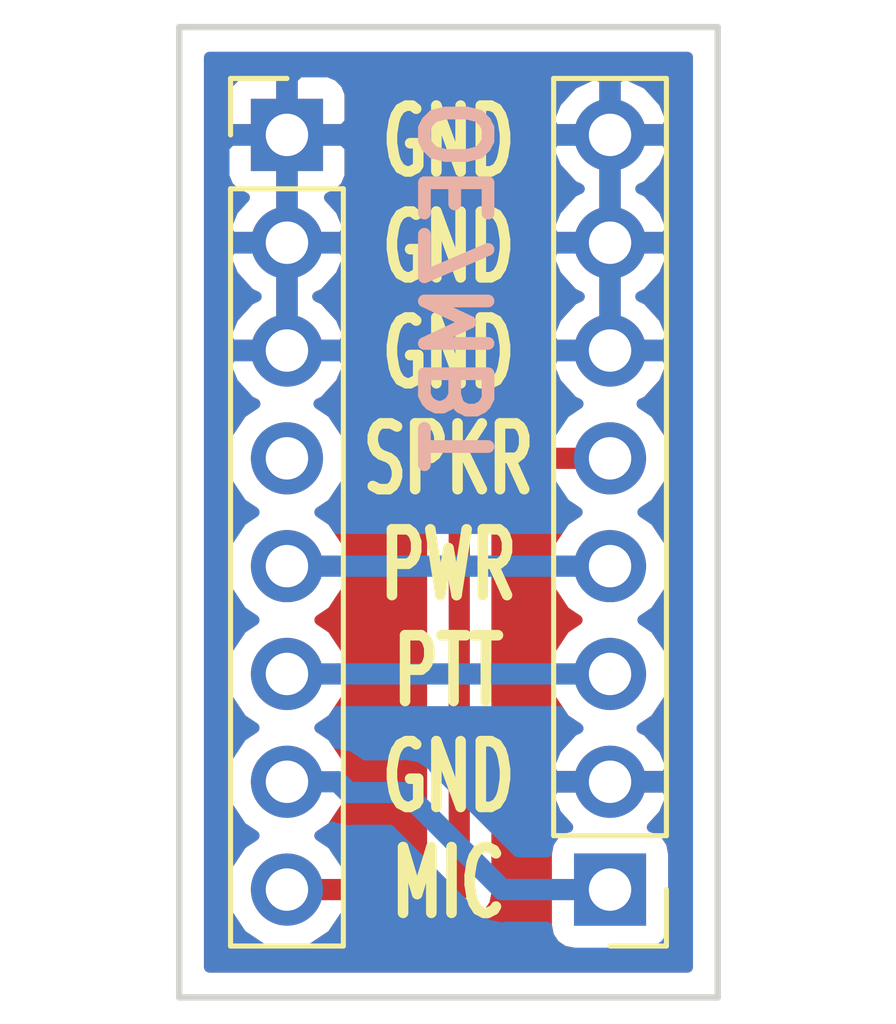
<source format=kicad_pcb>
(kicad_pcb (version 20171130) (host pcbnew "(5.0.0)")

  (general
    (thickness 1.6)
    (drawings 6)
    (tracks 11)
    (zones 0)
    (modules 2)
    (nets 7)
  )

  (page A4)
  (layers
    (0 F.Cu signal)
    (31 B.Cu signal)
    (32 B.Adhes user)
    (33 F.Adhes user)
    (34 B.Paste user)
    (35 F.Paste user)
    (36 B.SilkS user)
    (37 F.SilkS user)
    (38 B.Mask user)
    (39 F.Mask user)
    (40 Dwgs.User user)
    (41 Cmts.User user)
    (42 Eco1.User user)
    (43 Eco2.User user)
    (44 Edge.Cuts user)
    (45 Margin user)
    (46 B.CrtYd user)
    (47 F.CrtYd user)
    (48 B.Fab user)
    (49 F.Fab user)
  )

  (setup
    (last_trace_width 0.5)
    (trace_clearance 0.2)
    (zone_clearance 0.508)
    (zone_45_only no)
    (trace_min 0.2)
    (segment_width 0.2)
    (edge_width 0.15)
    (via_size 0.8)
    (via_drill 0.4)
    (via_min_size 0.4)
    (via_min_drill 0.3)
    (uvia_size 0.3)
    (uvia_drill 0.1)
    (uvias_allowed no)
    (uvia_min_size 0.2)
    (uvia_min_drill 0.1)
    (pcb_text_width 0.3)
    (pcb_text_size 1.5 1.5)
    (mod_edge_width 0.15)
    (mod_text_size 1 1)
    (mod_text_width 0.15)
    (pad_size 2 2)
    (pad_drill 1)
    (pad_to_mask_clearance 0.2)
    (aux_axis_origin 0 0)
    (visible_elements FFFFFF7F)
    (pcbplotparams
      (layerselection 0x010fc_ffffffff)
      (usegerberextensions false)
      (usegerberattributes false)
      (usegerberadvancedattributes false)
      (creategerberjobfile false)
      (excludeedgelayer true)
      (linewidth 0.100000)
      (plotframeref false)
      (viasonmask false)
      (mode 1)
      (useauxorigin false)
      (hpglpennumber 1)
      (hpglpenspeed 20)
      (hpglpendiameter 15.000000)
      (psnegative false)
      (psa4output false)
      (plotreference true)
      (plotvalue true)
      (plotinvisibletext false)
      (padsonsilk false)
      (subtractmaskfromsilk false)
      (outputformat 1)
      (mirror false)
      (drillshape 1)
      (scaleselection 1)
      (outputdirectory ""))
  )

  (net 0 "")
  (net 1 SPKR)
  (net 2 MIC)
  (net 3 PTT)
  (net 4 PWR)
  (net 5 "Net-(J1-Pad4)")
  (net 6 GND)

  (net_class Default "Dies ist die voreingestellte Netzklasse."
    (clearance 0.2)
    (trace_width 0.5)
    (via_dia 0.8)
    (via_drill 0.4)
    (uvia_dia 0.3)
    (uvia_drill 0.1)
    (add_net GND)
    (add_net MIC)
    (add_net "Net-(J1-Pad4)")
    (add_net PTT)
    (add_net PWR)
    (add_net SPKR)
  )

  (module Pin_Headers:Pin_Header_Straight_1x08_Pitch2.54mm (layer F.Cu) (tedit 5F74F21D) (tstamp 5F7592C1)
    (at 142.24 78.74)
    (descr "Through hole straight pin header, 1x08, 2.54mm pitch, single row")
    (tags "Through hole pin header THT 1x08 2.54mm single row")
    (path /5F7591D6)
    (fp_text reference J1 (at 0 -2.33) (layer F.SilkS) hide
      (effects (font (size 1 1) (thickness 0.15)))
    )
    (fp_text value Conn_01x08_Male (at 0 20.11) (layer F.Fab)
      (effects (font (size 1 1) (thickness 0.15)))
    )
    (fp_text user %R (at 0 8.89 90) (layer F.Fab)
      (effects (font (size 1 1) (thickness 0.15)))
    )
    (fp_line (start 1.8 -1.8) (end -1.8 -1.8) (layer F.CrtYd) (width 0.05))
    (fp_line (start 1.8 19.55) (end 1.8 -1.8) (layer F.CrtYd) (width 0.05))
    (fp_line (start -1.8 19.55) (end 1.8 19.55) (layer F.CrtYd) (width 0.05))
    (fp_line (start -1.8 -1.8) (end -1.8 19.55) (layer F.CrtYd) (width 0.05))
    (fp_line (start -1.33 -1.33) (end 0 -1.33) (layer F.SilkS) (width 0.12))
    (fp_line (start -1.33 0) (end -1.33 -1.33) (layer F.SilkS) (width 0.12))
    (fp_line (start -1.33 1.27) (end 1.33 1.27) (layer F.SilkS) (width 0.12))
    (fp_line (start 1.33 1.27) (end 1.33 19.11) (layer F.SilkS) (width 0.12))
    (fp_line (start -1.33 1.27) (end -1.33 19.11) (layer F.SilkS) (width 0.12))
    (fp_line (start -1.33 19.11) (end 1.33 19.11) (layer F.SilkS) (width 0.12))
    (fp_line (start -1.27 -0.635) (end -0.635 -1.27) (layer F.Fab) (width 0.1))
    (fp_line (start -1.27 19.05) (end -1.27 -0.635) (layer F.Fab) (width 0.1))
    (fp_line (start 1.27 19.05) (end -1.27 19.05) (layer F.Fab) (width 0.1))
    (fp_line (start 1.27 -1.27) (end 1.27 19.05) (layer F.Fab) (width 0.1))
    (fp_line (start -0.635 -1.27) (end 1.27 -1.27) (layer F.Fab) (width 0.1))
    (pad 8 thru_hole oval (at 0 17.78) (size 1.7 1.7) (drill 1) (layers *.Cu *.Mask)
      (net 1 SPKR))
    (pad 7 thru_hole oval (at 0 15.24) (size 1.7 1.7) (drill 1) (layers *.Cu *.Mask)
      (net 2 MIC))
    (pad 6 thru_hole oval (at 0 12.7) (size 1.7 1.7) (drill 1) (layers *.Cu *.Mask)
      (net 3 PTT))
    (pad 5 thru_hole oval (at 0 10.16) (size 1.7 1.7) (drill 1) (layers *.Cu *.Mask)
      (net 4 PWR))
    (pad 4 thru_hole oval (at 0 7.62) (size 1.7 1.7) (drill 1) (layers *.Cu *.Mask)
      (net 5 "Net-(J1-Pad4)"))
    (pad 3 thru_hole oval (at 0 5.08) (size 1.7 1.7) (drill 1) (layers *.Cu *.Mask)
      (net 6 GND))
    (pad 2 thru_hole oval (at 0 2.54) (size 1.7 1.7) (drill 1) (layers *.Cu *.Mask)
      (net 6 GND))
    (pad 1 thru_hole rect (at 0 0) (size 1.7 1.7) (drill 1) (layers *.Cu *.Mask)
      (net 6 GND))
    (model ${KISYS3DMOD}/Pin_Headers.3dshapes/Pin_Header_Straight_1x08_Pitch2.54mm.wrl
      (at (xyz 0 0 0))
      (scale (xyz 1 1 1))
      (rotate (xyz 0 0 0))
    )
  )

  (module Pin_Headers:Pin_Header_Straight_1x08_Pitch2.54mm (layer F.Cu) (tedit 5F74F228) (tstamp 5F7592DD)
    (at 149.86 96.52 180)
    (descr "Through hole straight pin header, 1x08, 2.54mm pitch, single row")
    (tags "Through hole pin header THT 1x08 2.54mm single row")
    (path /5F759219)
    (fp_text reference J2 (at 0 -2.33 180) (layer F.SilkS) hide
      (effects (font (size 1 1) (thickness 0.15)))
    )
    (fp_text value Conn_01x08_Male (at 0 20.11 180) (layer F.Fab)
      (effects (font (size 1 1) (thickness 0.15)))
    )
    (fp_line (start -0.635 -1.27) (end 1.27 -1.27) (layer F.Fab) (width 0.1))
    (fp_line (start 1.27 -1.27) (end 1.27 19.05) (layer F.Fab) (width 0.1))
    (fp_line (start 1.27 19.05) (end -1.27 19.05) (layer F.Fab) (width 0.1))
    (fp_line (start -1.27 19.05) (end -1.27 -0.635) (layer F.Fab) (width 0.1))
    (fp_line (start -1.27 -0.635) (end -0.635 -1.27) (layer F.Fab) (width 0.1))
    (fp_line (start -1.33 19.11) (end 1.33 19.11) (layer F.SilkS) (width 0.12))
    (fp_line (start -1.33 1.27) (end -1.33 19.11) (layer F.SilkS) (width 0.12))
    (fp_line (start 1.33 1.27) (end 1.33 19.11) (layer F.SilkS) (width 0.12))
    (fp_line (start -1.33 1.27) (end 1.33 1.27) (layer F.SilkS) (width 0.12))
    (fp_line (start -1.33 0) (end -1.33 -1.33) (layer F.SilkS) (width 0.12))
    (fp_line (start -1.33 -1.33) (end 0 -1.33) (layer F.SilkS) (width 0.12))
    (fp_line (start -1.8 -1.8) (end -1.8 19.55) (layer F.CrtYd) (width 0.05))
    (fp_line (start -1.8 19.55) (end 1.8 19.55) (layer F.CrtYd) (width 0.05))
    (fp_line (start 1.8 19.55) (end 1.8 -1.8) (layer F.CrtYd) (width 0.05))
    (fp_line (start 1.8 -1.8) (end -1.8 -1.8) (layer F.CrtYd) (width 0.05))
    (fp_text user %R (at 0 8.89 270) (layer F.Fab)
      (effects (font (size 1 1) (thickness 0.15)))
    )
    (pad 1 thru_hole rect (at 0 0 180) (size 1.7 1.7) (drill 1) (layers *.Cu *.Mask)
      (net 2 MIC))
    (pad 2 thru_hole oval (at 0 2.54 180) (size 1.7 1.7) (drill 1) (layers *.Cu *.Mask)
      (net 6 GND))
    (pad 3 thru_hole oval (at 0 5.08 180) (size 1.7 1.7) (drill 1) (layers *.Cu *.Mask)
      (net 3 PTT))
    (pad 4 thru_hole oval (at 0 7.62 180) (size 1.7 1.7) (drill 1) (layers *.Cu *.Mask)
      (net 4 PWR))
    (pad 5 thru_hole oval (at 0 10.16 180) (size 1.7 1.7) (drill 1) (layers *.Cu *.Mask)
      (net 1 SPKR))
    (pad 6 thru_hole oval (at 0 12.7 180) (size 1.7 1.7) (drill 1) (layers *.Cu *.Mask)
      (net 6 GND))
    (pad 7 thru_hole oval (at 0 15.24 180) (size 1.7 1.7) (drill 1) (layers *.Cu *.Mask)
      (net 6 GND))
    (pad 8 thru_hole oval (at 0 17.78 180) (size 1.7 1.7) (drill 1) (layers *.Cu *.Mask)
      (net 6 GND))
    (model ${KISYS3DMOD}/Pin_Headers.3dshapes/Pin_Header_Straight_1x08_Pitch2.54mm.wrl
      (at (xyz 0 0 0))
      (scale (xyz 1 1 1))
      (rotate (xyz 0 0 0))
    )
  )

  (gr_line (start 139.7 76.2) (end 152.4 76.2) (layer Edge.Cuts) (width 0.15))
  (gr_line (start 152.4 76.2) (end 152.4 99.06) (layer Edge.Cuts) (width 0.15))
  (gr_text OE7MBT (at 146.304 82.296 90) (layer B.SilkS)
    (effects (font (size 1.5 1.5) (thickness 0.3)) (justify mirror))
  )
  (gr_text "GND\nGND\nGND\nSPKR\nPWR\nPTT\nGND\nMIC" (at 146.05 87.63) (layer F.SilkS)
    (effects (font (size 1.55 1) (thickness 0.25)))
  )
  (gr_line (start 139.7 99.06) (end 139.7 76.2) (layer Edge.Cuts) (width 0.15))
  (gr_line (start 152.4 99.06) (end 139.7 99.06) (layer Edge.Cuts) (width 0.15))

  (segment (start 146.304 96.52) (end 142.24 96.52) (width 0.5) (layer F.Cu) (net 1))
  (segment (start 149.86 86.36) (end 146.304 86.36) (width 0.5) (layer F.Cu) (net 1))
  (segment (start 146.304 86.36) (end 146.304 96.52) (width 0.5) (layer F.Cu) (net 1))
  (segment (start 143.442081 93.98) (end 143.696081 94.234) (width 0.5) (layer B.Cu) (net 2))
  (segment (start 142.24 93.98) (end 143.442081 93.98) (width 0.5) (layer B.Cu) (net 2))
  (segment (start 143.696081 94.234) (end 145.034 94.234) (width 0.5) (layer B.Cu) (net 2))
  (segment (start 147.32 96.52) (end 149.86 96.52) (width 0.5) (layer B.Cu) (net 2))
  (segment (start 145.034 94.234) (end 147.32 96.52) (width 0.5) (layer B.Cu) (net 2))
  (segment (start 143.442081 91.44) (end 149.86 91.44) (width 0.5) (layer B.Cu) (net 3))
  (segment (start 142.24 91.44) (end 143.442081 91.44) (width 0.5) (layer B.Cu) (net 3))
  (segment (start 142.24 88.9) (end 149.86 88.9) (width 0.5) (layer B.Cu) (net 4))

  (zone (net 6) (net_name GND) (layer B.Cu) (tstamp 0) (hatch edge 0.508)
    (connect_pads (clearance 0.508))
    (min_thickness 0.254)
    (fill yes (arc_segments 16) (thermal_gap 0.508) (thermal_bridge_width 0.508))
    (polygon
      (pts
        (xy 139.7 76.2) (xy 152.4 76.2) (xy 152.4 99.06) (xy 139.7 99.06)
      )
    )
    (filled_polygon
      (pts
        (xy 151.690001 98.35) (xy 140.41 98.35) (xy 140.41 86.36) (xy 140.725908 86.36) (xy 140.841161 86.939418)
        (xy 141.169375 87.430625) (xy 141.467761 87.63) (xy 141.169375 87.829375) (xy 140.841161 88.320582) (xy 140.725908 88.9)
        (xy 140.841161 89.479418) (xy 141.169375 89.970625) (xy 141.467761 90.17) (xy 141.169375 90.369375) (xy 140.841161 90.860582)
        (xy 140.725908 91.44) (xy 140.841161 92.019418) (xy 141.169375 92.510625) (xy 141.467761 92.71) (xy 141.169375 92.909375)
        (xy 140.841161 93.400582) (xy 140.725908 93.98) (xy 140.841161 94.559418) (xy 141.169375 95.050625) (xy 141.467761 95.25)
        (xy 141.169375 95.449375) (xy 140.841161 95.940582) (xy 140.725908 96.52) (xy 140.841161 97.099418) (xy 141.169375 97.590625)
        (xy 141.660582 97.918839) (xy 142.093744 98.005) (xy 142.386256 98.005) (xy 142.819418 97.918839) (xy 143.310625 97.590625)
        (xy 143.638839 97.099418) (xy 143.754092 96.52) (xy 143.638839 95.940582) (xy 143.310625 95.449375) (xy 143.012239 95.25)
        (xy 143.310625 95.050625) (xy 143.315151 95.043851) (xy 143.350771 95.067652) (xy 143.608916 95.119) (xy 143.608921 95.119)
        (xy 143.69608 95.136337) (xy 143.78324 95.119) (xy 144.667422 95.119) (xy 146.632577 97.084156) (xy 146.681951 97.158049)
        (xy 146.755844 97.207423) (xy 146.755845 97.207424) (xy 146.86688 97.281615) (xy 146.97469 97.353652) (xy 147.232835 97.405)
        (xy 147.232839 97.405) (xy 147.319999 97.422337) (xy 147.407159 97.405) (xy 148.369522 97.405) (xy 148.411843 97.617765)
        (xy 148.552191 97.827809) (xy 148.762235 97.968157) (xy 149.01 98.01744) (xy 150.71 98.01744) (xy 150.957765 97.968157)
        (xy 151.167809 97.827809) (xy 151.308157 97.617765) (xy 151.35744 97.37) (xy 151.35744 95.67) (xy 151.308157 95.422235)
        (xy 151.167809 95.212191) (xy 150.957765 95.071843) (xy 150.854292 95.051261) (xy 151.131645 94.746924) (xy 151.301476 94.33689)
        (xy 151.180155 94.107) (xy 149.987 94.107) (xy 149.987 94.127) (xy 149.733 94.127) (xy 149.733 94.107)
        (xy 148.539845 94.107) (xy 148.418524 94.33689) (xy 148.588355 94.746924) (xy 148.865708 95.051261) (xy 148.762235 95.071843)
        (xy 148.552191 95.212191) (xy 148.411843 95.422235) (xy 148.369522 95.635) (xy 147.686579 95.635) (xy 145.721424 93.669846)
        (xy 145.672049 93.595951) (xy 145.37931 93.400348) (xy 145.121165 93.349) (xy 145.121161 93.349) (xy 145.034 93.331663)
        (xy 144.946839 93.349) (xy 144.08484 93.349) (xy 144.08013 93.341951) (xy 143.787391 93.146348) (xy 143.529246 93.095)
        (xy 143.529242 93.095) (xy 143.442081 93.077663) (xy 143.425302 93.081001) (xy 143.310625 92.909375) (xy 143.012239 92.71)
        (xy 143.310625 92.510625) (xy 143.434656 92.325) (xy 148.665344 92.325) (xy 148.789375 92.510625) (xy 149.108478 92.723843)
        (xy 148.978642 92.784817) (xy 148.588355 93.213076) (xy 148.418524 93.62311) (xy 148.539845 93.853) (xy 149.733 93.853)
        (xy 149.733 93.833) (xy 149.987 93.833) (xy 149.987 93.853) (xy 151.180155 93.853) (xy 151.301476 93.62311)
        (xy 151.131645 93.213076) (xy 150.741358 92.784817) (xy 150.611522 92.723843) (xy 150.930625 92.510625) (xy 151.258839 92.019418)
        (xy 151.374092 91.44) (xy 151.258839 90.860582) (xy 150.930625 90.369375) (xy 150.632239 90.17) (xy 150.930625 89.970625)
        (xy 151.258839 89.479418) (xy 151.374092 88.9) (xy 151.258839 88.320582) (xy 150.930625 87.829375) (xy 150.632239 87.63)
        (xy 150.930625 87.430625) (xy 151.258839 86.939418) (xy 151.374092 86.36) (xy 151.258839 85.780582) (xy 150.930625 85.289375)
        (xy 150.611522 85.076157) (xy 150.741358 85.015183) (xy 151.131645 84.586924) (xy 151.301476 84.17689) (xy 151.180155 83.947)
        (xy 149.987 83.947) (xy 149.987 83.967) (xy 149.733 83.967) (xy 149.733 83.947) (xy 148.539845 83.947)
        (xy 148.418524 84.17689) (xy 148.588355 84.586924) (xy 148.978642 85.015183) (xy 149.108478 85.076157) (xy 148.789375 85.289375)
        (xy 148.461161 85.780582) (xy 148.345908 86.36) (xy 148.461161 86.939418) (xy 148.789375 87.430625) (xy 149.087761 87.63)
        (xy 148.789375 87.829375) (xy 148.665344 88.015) (xy 143.434656 88.015) (xy 143.310625 87.829375) (xy 143.012239 87.63)
        (xy 143.310625 87.430625) (xy 143.638839 86.939418) (xy 143.754092 86.36) (xy 143.638839 85.780582) (xy 143.310625 85.289375)
        (xy 142.991522 85.076157) (xy 143.121358 85.015183) (xy 143.511645 84.586924) (xy 143.681476 84.17689) (xy 143.560155 83.947)
        (xy 142.367 83.947) (xy 142.367 83.967) (xy 142.113 83.967) (xy 142.113 83.947) (xy 140.919845 83.947)
        (xy 140.798524 84.17689) (xy 140.968355 84.586924) (xy 141.358642 85.015183) (xy 141.488478 85.076157) (xy 141.169375 85.289375)
        (xy 140.841161 85.780582) (xy 140.725908 86.36) (xy 140.41 86.36) (xy 140.41 81.63689) (xy 140.798524 81.63689)
        (xy 140.968355 82.046924) (xy 141.358642 82.475183) (xy 141.517954 82.55) (xy 141.358642 82.624817) (xy 140.968355 83.053076)
        (xy 140.798524 83.46311) (xy 140.919845 83.693) (xy 142.113 83.693) (xy 142.113 81.407) (xy 142.367 81.407)
        (xy 142.367 83.693) (xy 143.560155 83.693) (xy 143.681476 83.46311) (xy 143.511645 83.053076) (xy 143.121358 82.624817)
        (xy 142.962046 82.55) (xy 143.121358 82.475183) (xy 143.511645 82.046924) (xy 143.681476 81.63689) (xy 148.418524 81.63689)
        (xy 148.588355 82.046924) (xy 148.978642 82.475183) (xy 149.137954 82.55) (xy 148.978642 82.624817) (xy 148.588355 83.053076)
        (xy 148.418524 83.46311) (xy 148.539845 83.693) (xy 149.733 83.693) (xy 149.733 81.407) (xy 149.987 81.407)
        (xy 149.987 83.693) (xy 151.180155 83.693) (xy 151.301476 83.46311) (xy 151.131645 83.053076) (xy 150.741358 82.624817)
        (xy 150.582046 82.55) (xy 150.741358 82.475183) (xy 151.131645 82.046924) (xy 151.301476 81.63689) (xy 151.180155 81.407)
        (xy 149.987 81.407) (xy 149.733 81.407) (xy 148.539845 81.407) (xy 148.418524 81.63689) (xy 143.681476 81.63689)
        (xy 143.560155 81.407) (xy 142.367 81.407) (xy 142.113 81.407) (xy 140.919845 81.407) (xy 140.798524 81.63689)
        (xy 140.41 81.63689) (xy 140.41 79.02575) (xy 140.755 79.02575) (xy 140.755 79.71631) (xy 140.851673 79.949699)
        (xy 141.030302 80.128327) (xy 141.239878 80.215136) (xy 140.968355 80.513076) (xy 140.798524 80.92311) (xy 140.919845 81.153)
        (xy 142.113 81.153) (xy 142.113 78.867) (xy 142.367 78.867) (xy 142.367 81.153) (xy 143.560155 81.153)
        (xy 143.681476 80.92311) (xy 143.511645 80.513076) (xy 143.240122 80.215136) (xy 143.449698 80.128327) (xy 143.628327 79.949699)
        (xy 143.725 79.71631) (xy 143.725 79.09689) (xy 148.418524 79.09689) (xy 148.588355 79.506924) (xy 148.978642 79.935183)
        (xy 149.137954 80.01) (xy 148.978642 80.084817) (xy 148.588355 80.513076) (xy 148.418524 80.92311) (xy 148.539845 81.153)
        (xy 149.733 81.153) (xy 149.733 78.867) (xy 149.987 78.867) (xy 149.987 81.153) (xy 151.180155 81.153)
        (xy 151.301476 80.92311) (xy 151.131645 80.513076) (xy 150.741358 80.084817) (xy 150.582046 80.01) (xy 150.741358 79.935183)
        (xy 151.131645 79.506924) (xy 151.301476 79.09689) (xy 151.180155 78.867) (xy 149.987 78.867) (xy 149.733 78.867)
        (xy 148.539845 78.867) (xy 148.418524 79.09689) (xy 143.725 79.09689) (xy 143.725 79.02575) (xy 143.56625 78.867)
        (xy 142.367 78.867) (xy 142.113 78.867) (xy 140.91375 78.867) (xy 140.755 79.02575) (xy 140.41 79.02575)
        (xy 140.41 77.76369) (xy 140.755 77.76369) (xy 140.755 78.45425) (xy 140.91375 78.613) (xy 142.113 78.613)
        (xy 142.113 77.41375) (xy 142.367 77.41375) (xy 142.367 78.613) (xy 143.56625 78.613) (xy 143.725 78.45425)
        (xy 143.725 78.38311) (xy 148.418524 78.38311) (xy 148.539845 78.613) (xy 149.733 78.613) (xy 149.733 77.419181)
        (xy 149.987 77.419181) (xy 149.987 78.613) (xy 151.180155 78.613) (xy 151.301476 78.38311) (xy 151.131645 77.973076)
        (xy 150.741358 77.544817) (xy 150.216892 77.298514) (xy 149.987 77.419181) (xy 149.733 77.419181) (xy 149.503108 77.298514)
        (xy 148.978642 77.544817) (xy 148.588355 77.973076) (xy 148.418524 78.38311) (xy 143.725 78.38311) (xy 143.725 77.76369)
        (xy 143.628327 77.530301) (xy 143.449698 77.351673) (xy 143.216309 77.255) (xy 142.52575 77.255) (xy 142.367 77.41375)
        (xy 142.113 77.41375) (xy 141.95425 77.255) (xy 141.263691 77.255) (xy 141.030302 77.351673) (xy 140.851673 77.530301)
        (xy 140.755 77.76369) (xy 140.41 77.76369) (xy 140.41 76.91) (xy 151.69 76.91)
      )
    )
  )
  (zone (net 6) (net_name GND) (layer F.Cu) (tstamp 0) (hatch edge 0.508)
    (connect_pads (clearance 0.508))
    (min_thickness 0.254)
    (fill yes (arc_segments 16) (thermal_gap 0.508) (thermal_bridge_width 0.508))
    (polygon
      (pts
        (xy 139.7 76.2) (xy 152.4 76.2) (xy 152.4 99.06) (xy 139.7 99.06)
      )
    )
    (filled_polygon
      (pts
        (xy 151.690001 98.35) (xy 140.41 98.35) (xy 140.41 86.36) (xy 140.725908 86.36) (xy 140.841161 86.939418)
        (xy 141.169375 87.430625) (xy 141.467761 87.63) (xy 141.169375 87.829375) (xy 140.841161 88.320582) (xy 140.725908 88.9)
        (xy 140.841161 89.479418) (xy 141.169375 89.970625) (xy 141.467761 90.17) (xy 141.169375 90.369375) (xy 140.841161 90.860582)
        (xy 140.725908 91.44) (xy 140.841161 92.019418) (xy 141.169375 92.510625) (xy 141.467761 92.71) (xy 141.169375 92.909375)
        (xy 140.841161 93.400582) (xy 140.725908 93.98) (xy 140.841161 94.559418) (xy 141.169375 95.050625) (xy 141.467761 95.25)
        (xy 141.169375 95.449375) (xy 140.841161 95.940582) (xy 140.725908 96.52) (xy 140.841161 97.099418) (xy 141.169375 97.590625)
        (xy 141.660582 97.918839) (xy 142.093744 98.005) (xy 142.386256 98.005) (xy 142.819418 97.918839) (xy 143.310625 97.590625)
        (xy 143.434656 97.405) (xy 146.216836 97.405) (xy 146.304 97.422338) (xy 146.64931 97.353652) (xy 146.942049 97.158049)
        (xy 147.137652 96.86531) (xy 147.189 96.607165) (xy 147.206338 96.52) (xy 147.189 96.432835) (xy 147.189 95.67)
        (xy 148.36256 95.67) (xy 148.36256 97.37) (xy 148.411843 97.617765) (xy 148.552191 97.827809) (xy 148.762235 97.968157)
        (xy 149.01 98.01744) (xy 150.71 98.01744) (xy 150.957765 97.968157) (xy 151.167809 97.827809) (xy 151.308157 97.617765)
        (xy 151.35744 97.37) (xy 151.35744 95.67) (xy 151.308157 95.422235) (xy 151.167809 95.212191) (xy 150.957765 95.071843)
        (xy 150.854292 95.051261) (xy 151.131645 94.746924) (xy 151.301476 94.33689) (xy 151.180155 94.107) (xy 149.987 94.107)
        (xy 149.987 94.127) (xy 149.733 94.127) (xy 149.733 94.107) (xy 148.539845 94.107) (xy 148.418524 94.33689)
        (xy 148.588355 94.746924) (xy 148.865708 95.051261) (xy 148.762235 95.071843) (xy 148.552191 95.212191) (xy 148.411843 95.422235)
        (xy 148.36256 95.67) (xy 147.189 95.67) (xy 147.189 87.245) (xy 148.665344 87.245) (xy 148.789375 87.430625)
        (xy 149.087761 87.63) (xy 148.789375 87.829375) (xy 148.461161 88.320582) (xy 148.345908 88.9) (xy 148.461161 89.479418)
        (xy 148.789375 89.970625) (xy 149.087761 90.17) (xy 148.789375 90.369375) (xy 148.461161 90.860582) (xy 148.345908 91.44)
        (xy 148.461161 92.019418) (xy 148.789375 92.510625) (xy 149.108478 92.723843) (xy 148.978642 92.784817) (xy 148.588355 93.213076)
        (xy 148.418524 93.62311) (xy 148.539845 93.853) (xy 149.733 93.853) (xy 149.733 93.833) (xy 149.987 93.833)
        (xy 149.987 93.853) (xy 151.180155 93.853) (xy 151.301476 93.62311) (xy 151.131645 93.213076) (xy 150.741358 92.784817)
        (xy 150.611522 92.723843) (xy 150.930625 92.510625) (xy 151.258839 92.019418) (xy 151.374092 91.44) (xy 151.258839 90.860582)
        (xy 150.930625 90.369375) (xy 150.632239 90.17) (xy 150.930625 89.970625) (xy 151.258839 89.479418) (xy 151.374092 88.9)
        (xy 151.258839 88.320582) (xy 150.930625 87.829375) (xy 150.632239 87.63) (xy 150.930625 87.430625) (xy 151.258839 86.939418)
        (xy 151.374092 86.36) (xy 151.258839 85.780582) (xy 150.930625 85.289375) (xy 150.611522 85.076157) (xy 150.741358 85.015183)
        (xy 151.131645 84.586924) (xy 151.301476 84.17689) (xy 151.180155 83.947) (xy 149.987 83.947) (xy 149.987 83.967)
        (xy 149.733 83.967) (xy 149.733 83.947) (xy 148.539845 83.947) (xy 148.418524 84.17689) (xy 148.588355 84.586924)
        (xy 148.978642 85.015183) (xy 149.108478 85.076157) (xy 148.789375 85.289375) (xy 148.665344 85.475) (xy 146.391164 85.475)
        (xy 146.304 85.457662) (xy 146.216835 85.475) (xy 145.95869 85.526348) (xy 145.665951 85.721951) (xy 145.470348 86.01469)
        (xy 145.401662 86.36) (xy 145.419 86.447165) (xy 145.419001 95.635) (xy 143.434656 95.635) (xy 143.310625 95.449375)
        (xy 143.012239 95.25) (xy 143.310625 95.050625) (xy 143.638839 94.559418) (xy 143.754092 93.98) (xy 143.638839 93.400582)
        (xy 143.310625 92.909375) (xy 143.012239 92.71) (xy 143.310625 92.510625) (xy 143.638839 92.019418) (xy 143.754092 91.44)
        (xy 143.638839 90.860582) (xy 143.310625 90.369375) (xy 143.012239 90.17) (xy 143.310625 89.970625) (xy 143.638839 89.479418)
        (xy 143.754092 88.9) (xy 143.638839 88.320582) (xy 143.310625 87.829375) (xy 143.012239 87.63) (xy 143.310625 87.430625)
        (xy 143.638839 86.939418) (xy 143.754092 86.36) (xy 143.638839 85.780582) (xy 143.310625 85.289375) (xy 142.991522 85.076157)
        (xy 143.121358 85.015183) (xy 143.511645 84.586924) (xy 143.681476 84.17689) (xy 143.560155 83.947) (xy 142.367 83.947)
        (xy 142.367 83.967) (xy 142.113 83.967) (xy 142.113 83.947) (xy 140.919845 83.947) (xy 140.798524 84.17689)
        (xy 140.968355 84.586924) (xy 141.358642 85.015183) (xy 141.488478 85.076157) (xy 141.169375 85.289375) (xy 140.841161 85.780582)
        (xy 140.725908 86.36) (xy 140.41 86.36) (xy 140.41 81.63689) (xy 140.798524 81.63689) (xy 140.968355 82.046924)
        (xy 141.358642 82.475183) (xy 141.517954 82.55) (xy 141.358642 82.624817) (xy 140.968355 83.053076) (xy 140.798524 83.46311)
        (xy 140.919845 83.693) (xy 142.113 83.693) (xy 142.113 81.407) (xy 142.367 81.407) (xy 142.367 83.693)
        (xy 143.560155 83.693) (xy 143.681476 83.46311) (xy 143.511645 83.053076) (xy 143.121358 82.624817) (xy 142.962046 82.55)
        (xy 143.121358 82.475183) (xy 143.511645 82.046924) (xy 143.681476 81.63689) (xy 148.418524 81.63689) (xy 148.588355 82.046924)
        (xy 148.978642 82.475183) (xy 149.137954 82.55) (xy 148.978642 82.624817) (xy 148.588355 83.053076) (xy 148.418524 83.46311)
        (xy 148.539845 83.693) (xy 149.733 83.693) (xy 149.733 81.407) (xy 149.987 81.407) (xy 149.987 83.693)
        (xy 151.180155 83.693) (xy 151.301476 83.46311) (xy 151.131645 83.053076) (xy 150.741358 82.624817) (xy 150.582046 82.55)
        (xy 150.741358 82.475183) (xy 151.131645 82.046924) (xy 151.301476 81.63689) (xy 151.180155 81.407) (xy 149.987 81.407)
        (xy 149.733 81.407) (xy 148.539845 81.407) (xy 148.418524 81.63689) (xy 143.681476 81.63689) (xy 143.560155 81.407)
        (xy 142.367 81.407) (xy 142.113 81.407) (xy 140.919845 81.407) (xy 140.798524 81.63689) (xy 140.41 81.63689)
        (xy 140.41 79.02575) (xy 140.755 79.02575) (xy 140.755 79.71631) (xy 140.851673 79.949699) (xy 141.030302 80.128327)
        (xy 141.239878 80.215136) (xy 140.968355 80.513076) (xy 140.798524 80.92311) (xy 140.919845 81.153) (xy 142.113 81.153)
        (xy 142.113 78.867) (xy 142.367 78.867) (xy 142.367 81.153) (xy 143.560155 81.153) (xy 143.681476 80.92311)
        (xy 143.511645 80.513076) (xy 143.240122 80.215136) (xy 143.449698 80.128327) (xy 143.628327 79.949699) (xy 143.725 79.71631)
        (xy 143.725 79.09689) (xy 148.418524 79.09689) (xy 148.588355 79.506924) (xy 148.978642 79.935183) (xy 149.137954 80.01)
        (xy 148.978642 80.084817) (xy 148.588355 80.513076) (xy 148.418524 80.92311) (xy 148.539845 81.153) (xy 149.733 81.153)
        (xy 149.733 78.867) (xy 149.987 78.867) (xy 149.987 81.153) (xy 151.180155 81.153) (xy 151.301476 80.92311)
        (xy 151.131645 80.513076) (xy 150.741358 80.084817) (xy 150.582046 80.01) (xy 150.741358 79.935183) (xy 151.131645 79.506924)
        (xy 151.301476 79.09689) (xy 151.180155 78.867) (xy 149.987 78.867) (xy 149.733 78.867) (xy 148.539845 78.867)
        (xy 148.418524 79.09689) (xy 143.725 79.09689) (xy 143.725 79.02575) (xy 143.56625 78.867) (xy 142.367 78.867)
        (xy 142.113 78.867) (xy 140.91375 78.867) (xy 140.755 79.02575) (xy 140.41 79.02575) (xy 140.41 77.76369)
        (xy 140.755 77.76369) (xy 140.755 78.45425) (xy 140.91375 78.613) (xy 142.113 78.613) (xy 142.113 77.41375)
        (xy 142.367 77.41375) (xy 142.367 78.613) (xy 143.56625 78.613) (xy 143.725 78.45425) (xy 143.725 78.38311)
        (xy 148.418524 78.38311) (xy 148.539845 78.613) (xy 149.733 78.613) (xy 149.733 77.419181) (xy 149.987 77.419181)
        (xy 149.987 78.613) (xy 151.180155 78.613) (xy 151.301476 78.38311) (xy 151.131645 77.973076) (xy 150.741358 77.544817)
        (xy 150.216892 77.298514) (xy 149.987 77.419181) (xy 149.733 77.419181) (xy 149.503108 77.298514) (xy 148.978642 77.544817)
        (xy 148.588355 77.973076) (xy 148.418524 78.38311) (xy 143.725 78.38311) (xy 143.725 77.76369) (xy 143.628327 77.530301)
        (xy 143.449698 77.351673) (xy 143.216309 77.255) (xy 142.52575 77.255) (xy 142.367 77.41375) (xy 142.113 77.41375)
        (xy 141.95425 77.255) (xy 141.263691 77.255) (xy 141.030302 77.351673) (xy 140.851673 77.530301) (xy 140.755 77.76369)
        (xy 140.41 77.76369) (xy 140.41 76.91) (xy 151.69 76.91)
      )
    )
  )
)

</source>
